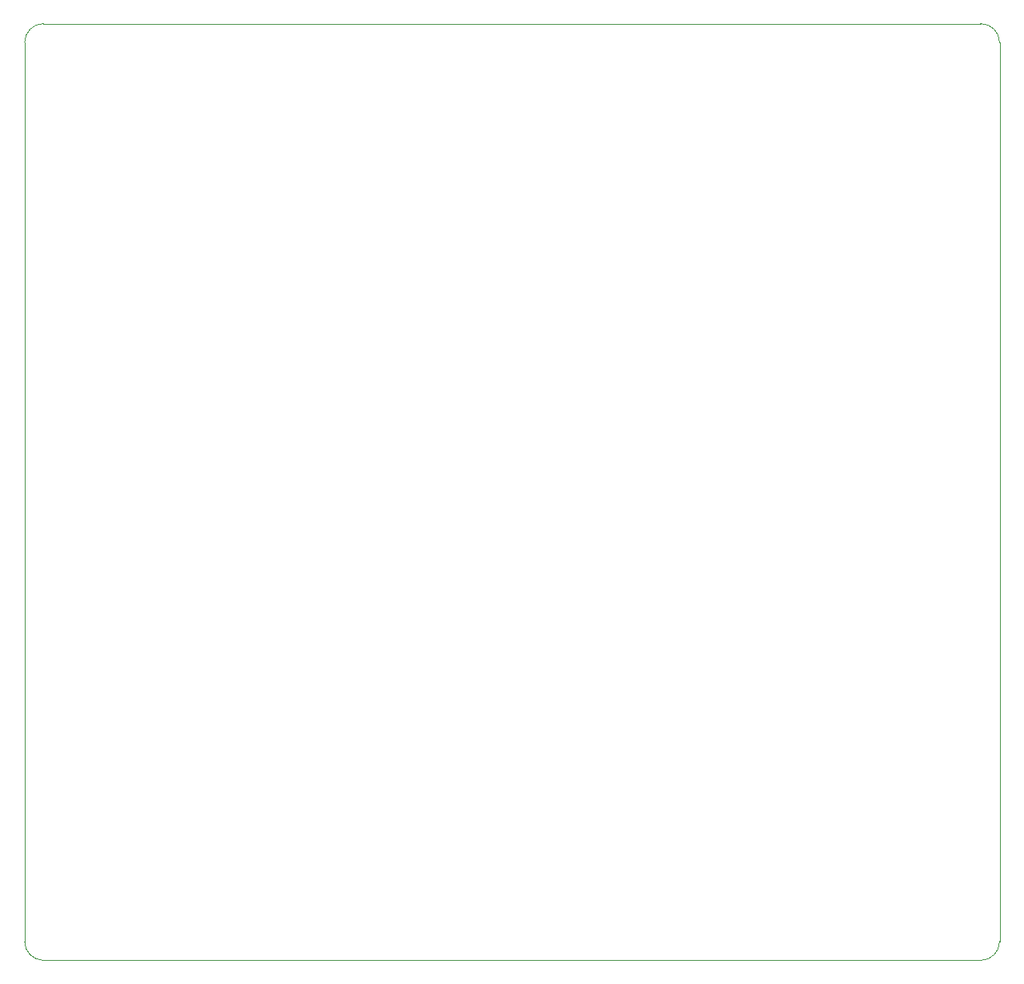
<source format=gbr>
%TF.GenerationSoftware,KiCad,Pcbnew,8.0.2*%
%TF.CreationDate,2024-06-01T15:04:53-05:00*%
%TF.ProjectId,KiCad Numpad,4b694361-6420-44e7-956d-7061642e6b69,rev?*%
%TF.SameCoordinates,Original*%
%TF.FileFunction,Profile,NP*%
%FSLAX46Y46*%
G04 Gerber Fmt 4.6, Leading zero omitted, Abs format (unit mm)*
G04 Created by KiCad (PCBNEW 8.0.2) date 2024-06-01 15:04:53*
%MOMM*%
%LPD*%
G01*
G04 APERTURE LIST*
%TA.AperFunction,Profile*%
%ADD10C,0.050000*%
%TD*%
G04 APERTURE END LIST*
D10*
X195103750Y-165481250D02*
G75*
G02*
X193103750Y-167481250I-1999950J-50D01*
G01*
X193103750Y-68262500D02*
G75*
G02*
X195103800Y-70262500I50J-2000000D01*
G01*
X193103750Y-167481250D02*
X93916250Y-167481250D01*
X195103750Y-70262500D02*
X195103750Y-165481250D01*
X91916250Y-165481250D02*
X91916250Y-70262500D01*
X93916250Y-68262500D02*
X193103750Y-68262500D01*
X93916250Y-167481250D02*
G75*
G02*
X91916250Y-165481250I-50J1999950D01*
G01*
X91916250Y-70262500D02*
G75*
G02*
X93916250Y-68262450I2000050J0D01*
G01*
M02*

</source>
